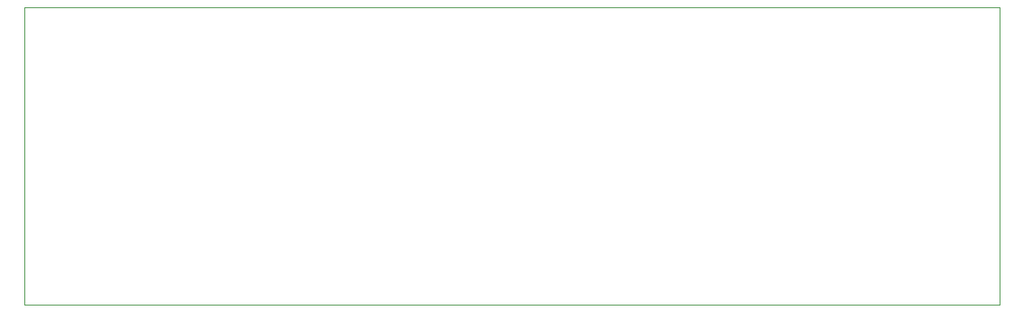
<source format=gm1>
G04 #@! TF.GenerationSoftware,KiCad,Pcbnew,8.0.9-8.0.9-0~ubuntu20.04.1*
G04 #@! TF.CreationDate,2025-03-28T22:04:46+00:00*
G04 #@! TF.ProjectId,ggroohauga-bridge,6767726f-6f68-4617-9567-612d62726964,rev?*
G04 #@! TF.SameCoordinates,Original*
G04 #@! TF.FileFunction,Profile,NP*
%FSLAX46Y46*%
G04 Gerber Fmt 4.6, Leading zero omitted, Abs format (unit mm)*
G04 Created by KiCad (PCBNEW 8.0.9-8.0.9-0~ubuntu20.04.1) date 2025-03-28 22:04:46*
%MOMM*%
%LPD*%
G01*
G04 APERTURE LIST*
G04 #@! TA.AperFunction,Profile*
%ADD10C,0.025400*%
G04 #@! TD*
G04 APERTURE END LIST*
D10*
X53873400Y-50495200D02*
X155473400Y-50495200D01*
X155473400Y-81483200D01*
X53873400Y-81483200D01*
X53873400Y-50495200D01*
M02*

</source>
